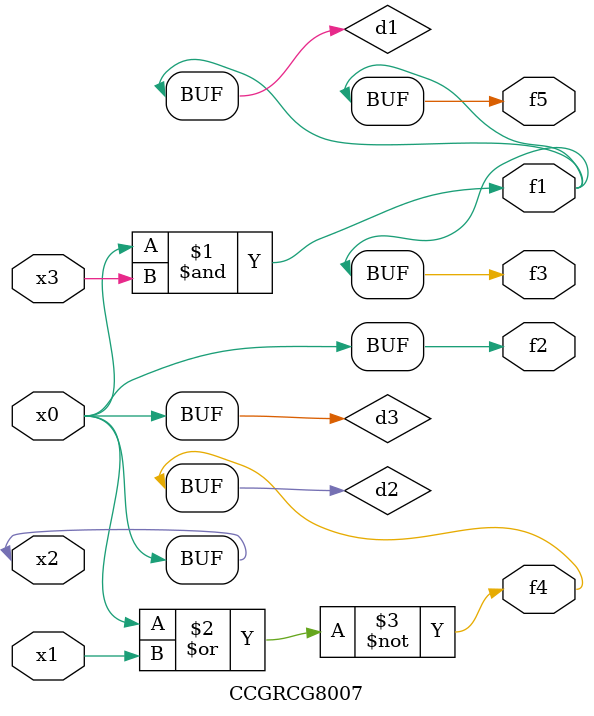
<source format=v>
module CCGRCG8007(
	input x0, x1, x2, x3,
	output f1, f2, f3, f4, f5
);

	wire d1, d2, d3;

	and (d1, x2, x3);
	nor (d2, x0, x1);
	buf (d3, x0, x2);
	assign f1 = d1;
	assign f2 = d3;
	assign f3 = d1;
	assign f4 = d2;
	assign f5 = d1;
endmodule

</source>
